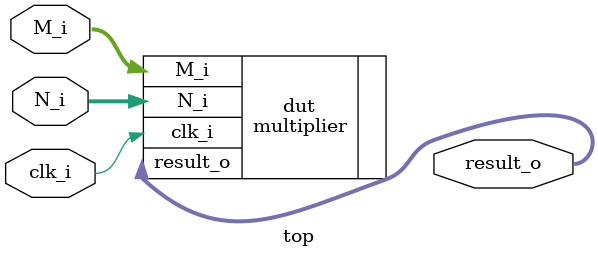
<source format=sv>
module top (
    //inputs
    input logic clk_i,
    input logic [7:0] M_i,
    input logic [7:0] N_i,
    //outputs
    output logic [15:0] result_o
);
    //code
    multiplier dut (
        .clk_i    (clk_i),
    	.M_i      (M_i),
    	.N_i      (N_i),
    	.result_o (result_o)
    );
endmodule : top

</source>
